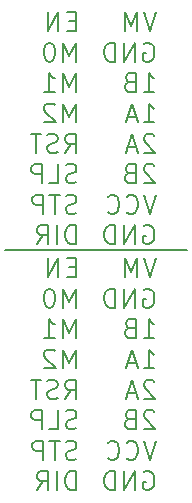
<source format=gbr>
%TF.GenerationSoftware,KiCad,Pcbnew,7.0.11-7.0.11~ubuntu22.04.1*%
%TF.CreationDate,2024-03-10T10:15:41+03:00*%
%TF.ProjectId,MDExt,4d444578-742e-46b6-9963-61645f706362,rev?*%
%TF.SameCoordinates,Original*%
%TF.FileFunction,Legend,Bot*%
%TF.FilePolarity,Positive*%
%FSLAX46Y46*%
G04 Gerber Fmt 4.6, Leading zero omitted, Abs format (unit mm)*
G04 Created by KiCad (PCBNEW 7.0.11-7.0.11~ubuntu22.04.1) date 2024-03-10 10:15:41*
%MOMM*%
%LPD*%
G01*
G04 APERTURE LIST*
%ADD10C,0.150000*%
G04 APERTURE END LIST*
D10*
X57210000Y-59750000D02*
X41850000Y-59750000D01*
X54612935Y-60428390D02*
X54079601Y-62028390D01*
X54079601Y-62028390D02*
X53546268Y-60428390D01*
X53012934Y-62028390D02*
X53012934Y-60428390D01*
X53012934Y-60428390D02*
X52479601Y-61571247D01*
X52479601Y-61571247D02*
X51946267Y-60428390D01*
X51946267Y-60428390D02*
X51946267Y-62028390D01*
X53546268Y-63080580D02*
X53698649Y-63004390D01*
X53698649Y-63004390D02*
X53927220Y-63004390D01*
X53927220Y-63004390D02*
X54155792Y-63080580D01*
X54155792Y-63080580D02*
X54308173Y-63232961D01*
X54308173Y-63232961D02*
X54384363Y-63385342D01*
X54384363Y-63385342D02*
X54460554Y-63690104D01*
X54460554Y-63690104D02*
X54460554Y-63918676D01*
X54460554Y-63918676D02*
X54384363Y-64223438D01*
X54384363Y-64223438D02*
X54308173Y-64375819D01*
X54308173Y-64375819D02*
X54155792Y-64528200D01*
X54155792Y-64528200D02*
X53927220Y-64604390D01*
X53927220Y-64604390D02*
X53774839Y-64604390D01*
X53774839Y-64604390D02*
X53546268Y-64528200D01*
X53546268Y-64528200D02*
X53470077Y-64452009D01*
X53470077Y-64452009D02*
X53470077Y-63918676D01*
X53470077Y-63918676D02*
X53774839Y-63918676D01*
X52784363Y-64604390D02*
X52784363Y-63004390D01*
X52784363Y-63004390D02*
X51870077Y-64604390D01*
X51870077Y-64604390D02*
X51870077Y-63004390D01*
X51108173Y-64604390D02*
X51108173Y-63004390D01*
X51108173Y-63004390D02*
X50727221Y-63004390D01*
X50727221Y-63004390D02*
X50498649Y-63080580D01*
X50498649Y-63080580D02*
X50346268Y-63232961D01*
X50346268Y-63232961D02*
X50270078Y-63385342D01*
X50270078Y-63385342D02*
X50193887Y-63690104D01*
X50193887Y-63690104D02*
X50193887Y-63918676D01*
X50193887Y-63918676D02*
X50270078Y-64223438D01*
X50270078Y-64223438D02*
X50346268Y-64375819D01*
X50346268Y-64375819D02*
X50498649Y-64528200D01*
X50498649Y-64528200D02*
X50727221Y-64604390D01*
X50727221Y-64604390D02*
X51108173Y-64604390D01*
X53546268Y-67180390D02*
X54460554Y-67180390D01*
X54003411Y-67180390D02*
X54003411Y-65580390D01*
X54003411Y-65580390D02*
X54155792Y-65808961D01*
X54155792Y-65808961D02*
X54308173Y-65961342D01*
X54308173Y-65961342D02*
X54460554Y-66037533D01*
X52327220Y-66342295D02*
X52098648Y-66418485D01*
X52098648Y-66418485D02*
X52022458Y-66494676D01*
X52022458Y-66494676D02*
X51946267Y-66647057D01*
X51946267Y-66647057D02*
X51946267Y-66875628D01*
X51946267Y-66875628D02*
X52022458Y-67028009D01*
X52022458Y-67028009D02*
X52098648Y-67104200D01*
X52098648Y-67104200D02*
X52251029Y-67180390D01*
X52251029Y-67180390D02*
X52860553Y-67180390D01*
X52860553Y-67180390D02*
X52860553Y-65580390D01*
X52860553Y-65580390D02*
X52327220Y-65580390D01*
X52327220Y-65580390D02*
X52174839Y-65656580D01*
X52174839Y-65656580D02*
X52098648Y-65732771D01*
X52098648Y-65732771D02*
X52022458Y-65885152D01*
X52022458Y-65885152D02*
X52022458Y-66037533D01*
X52022458Y-66037533D02*
X52098648Y-66189914D01*
X52098648Y-66189914D02*
X52174839Y-66266104D01*
X52174839Y-66266104D02*
X52327220Y-66342295D01*
X52327220Y-66342295D02*
X52860553Y-66342295D01*
X53546268Y-69756390D02*
X54460554Y-69756390D01*
X54003411Y-69756390D02*
X54003411Y-68156390D01*
X54003411Y-68156390D02*
X54155792Y-68384961D01*
X54155792Y-68384961D02*
X54308173Y-68537342D01*
X54308173Y-68537342D02*
X54460554Y-68613533D01*
X52936744Y-69299247D02*
X52174839Y-69299247D01*
X53089125Y-69756390D02*
X52555791Y-68156390D01*
X52555791Y-68156390D02*
X52022458Y-69756390D01*
X54460554Y-70884771D02*
X54384363Y-70808580D01*
X54384363Y-70808580D02*
X54231982Y-70732390D01*
X54231982Y-70732390D02*
X53851030Y-70732390D01*
X53851030Y-70732390D02*
X53698649Y-70808580D01*
X53698649Y-70808580D02*
X53622458Y-70884771D01*
X53622458Y-70884771D02*
X53546268Y-71037152D01*
X53546268Y-71037152D02*
X53546268Y-71189533D01*
X53546268Y-71189533D02*
X53622458Y-71418104D01*
X53622458Y-71418104D02*
X54536744Y-72332390D01*
X54536744Y-72332390D02*
X53546268Y-72332390D01*
X52936744Y-71875247D02*
X52174839Y-71875247D01*
X53089125Y-72332390D02*
X52555791Y-70732390D01*
X52555791Y-70732390D02*
X52022458Y-72332390D01*
X54460554Y-73460771D02*
X54384363Y-73384580D01*
X54384363Y-73384580D02*
X54231982Y-73308390D01*
X54231982Y-73308390D02*
X53851030Y-73308390D01*
X53851030Y-73308390D02*
X53698649Y-73384580D01*
X53698649Y-73384580D02*
X53622458Y-73460771D01*
X53622458Y-73460771D02*
X53546268Y-73613152D01*
X53546268Y-73613152D02*
X53546268Y-73765533D01*
X53546268Y-73765533D02*
X53622458Y-73994104D01*
X53622458Y-73994104D02*
X54536744Y-74908390D01*
X54536744Y-74908390D02*
X53546268Y-74908390D01*
X52327220Y-74070295D02*
X52098648Y-74146485D01*
X52098648Y-74146485D02*
X52022458Y-74222676D01*
X52022458Y-74222676D02*
X51946267Y-74375057D01*
X51946267Y-74375057D02*
X51946267Y-74603628D01*
X51946267Y-74603628D02*
X52022458Y-74756009D01*
X52022458Y-74756009D02*
X52098648Y-74832200D01*
X52098648Y-74832200D02*
X52251029Y-74908390D01*
X52251029Y-74908390D02*
X52860553Y-74908390D01*
X52860553Y-74908390D02*
X52860553Y-73308390D01*
X52860553Y-73308390D02*
X52327220Y-73308390D01*
X52327220Y-73308390D02*
X52174839Y-73384580D01*
X52174839Y-73384580D02*
X52098648Y-73460771D01*
X52098648Y-73460771D02*
X52022458Y-73613152D01*
X52022458Y-73613152D02*
X52022458Y-73765533D01*
X52022458Y-73765533D02*
X52098648Y-73917914D01*
X52098648Y-73917914D02*
X52174839Y-73994104D01*
X52174839Y-73994104D02*
X52327220Y-74070295D01*
X52327220Y-74070295D02*
X52860553Y-74070295D01*
X54612935Y-75884390D02*
X54079601Y-77484390D01*
X54079601Y-77484390D02*
X53546268Y-75884390D01*
X52098648Y-77332009D02*
X52174839Y-77408200D01*
X52174839Y-77408200D02*
X52403410Y-77484390D01*
X52403410Y-77484390D02*
X52555791Y-77484390D01*
X52555791Y-77484390D02*
X52784363Y-77408200D01*
X52784363Y-77408200D02*
X52936744Y-77255819D01*
X52936744Y-77255819D02*
X53012934Y-77103438D01*
X53012934Y-77103438D02*
X53089125Y-76798676D01*
X53089125Y-76798676D02*
X53089125Y-76570104D01*
X53089125Y-76570104D02*
X53012934Y-76265342D01*
X53012934Y-76265342D02*
X52936744Y-76112961D01*
X52936744Y-76112961D02*
X52784363Y-75960580D01*
X52784363Y-75960580D02*
X52555791Y-75884390D01*
X52555791Y-75884390D02*
X52403410Y-75884390D01*
X52403410Y-75884390D02*
X52174839Y-75960580D01*
X52174839Y-75960580D02*
X52098648Y-76036771D01*
X50498648Y-77332009D02*
X50574839Y-77408200D01*
X50574839Y-77408200D02*
X50803410Y-77484390D01*
X50803410Y-77484390D02*
X50955791Y-77484390D01*
X50955791Y-77484390D02*
X51184363Y-77408200D01*
X51184363Y-77408200D02*
X51336744Y-77255819D01*
X51336744Y-77255819D02*
X51412934Y-77103438D01*
X51412934Y-77103438D02*
X51489125Y-76798676D01*
X51489125Y-76798676D02*
X51489125Y-76570104D01*
X51489125Y-76570104D02*
X51412934Y-76265342D01*
X51412934Y-76265342D02*
X51336744Y-76112961D01*
X51336744Y-76112961D02*
X51184363Y-75960580D01*
X51184363Y-75960580D02*
X50955791Y-75884390D01*
X50955791Y-75884390D02*
X50803410Y-75884390D01*
X50803410Y-75884390D02*
X50574839Y-75960580D01*
X50574839Y-75960580D02*
X50498648Y-76036771D01*
X53546268Y-78536580D02*
X53698649Y-78460390D01*
X53698649Y-78460390D02*
X53927220Y-78460390D01*
X53927220Y-78460390D02*
X54155792Y-78536580D01*
X54155792Y-78536580D02*
X54308173Y-78688961D01*
X54308173Y-78688961D02*
X54384363Y-78841342D01*
X54384363Y-78841342D02*
X54460554Y-79146104D01*
X54460554Y-79146104D02*
X54460554Y-79374676D01*
X54460554Y-79374676D02*
X54384363Y-79679438D01*
X54384363Y-79679438D02*
X54308173Y-79831819D01*
X54308173Y-79831819D02*
X54155792Y-79984200D01*
X54155792Y-79984200D02*
X53927220Y-80060390D01*
X53927220Y-80060390D02*
X53774839Y-80060390D01*
X53774839Y-80060390D02*
X53546268Y-79984200D01*
X53546268Y-79984200D02*
X53470077Y-79908009D01*
X53470077Y-79908009D02*
X53470077Y-79374676D01*
X53470077Y-79374676D02*
X53774839Y-79374676D01*
X52784363Y-80060390D02*
X52784363Y-78460390D01*
X52784363Y-78460390D02*
X51870077Y-80060390D01*
X51870077Y-80060390D02*
X51870077Y-78460390D01*
X51108173Y-80060390D02*
X51108173Y-78460390D01*
X51108173Y-78460390D02*
X50727221Y-78460390D01*
X50727221Y-78460390D02*
X50498649Y-78536580D01*
X50498649Y-78536580D02*
X50346268Y-78688961D01*
X50346268Y-78688961D02*
X50270078Y-78841342D01*
X50270078Y-78841342D02*
X50193887Y-79146104D01*
X50193887Y-79146104D02*
X50193887Y-79374676D01*
X50193887Y-79374676D02*
X50270078Y-79679438D01*
X50270078Y-79679438D02*
X50346268Y-79831819D01*
X50346268Y-79831819D02*
X50498649Y-79984200D01*
X50498649Y-79984200D02*
X50727221Y-80060390D01*
X50727221Y-80060390D02*
X51108173Y-80060390D01*
X47780363Y-40362295D02*
X47247030Y-40362295D01*
X47018458Y-41200390D02*
X47780363Y-41200390D01*
X47780363Y-41200390D02*
X47780363Y-39600390D01*
X47780363Y-39600390D02*
X47018458Y-39600390D01*
X46332744Y-41200390D02*
X46332744Y-39600390D01*
X46332744Y-39600390D02*
X45418458Y-41200390D01*
X45418458Y-41200390D02*
X45418458Y-39600390D01*
X47780363Y-43776390D02*
X47780363Y-42176390D01*
X47780363Y-42176390D02*
X47247030Y-43319247D01*
X47247030Y-43319247D02*
X46713696Y-42176390D01*
X46713696Y-42176390D02*
X46713696Y-43776390D01*
X45647030Y-42176390D02*
X45494649Y-42176390D01*
X45494649Y-42176390D02*
X45342268Y-42252580D01*
X45342268Y-42252580D02*
X45266078Y-42328771D01*
X45266078Y-42328771D02*
X45189887Y-42481152D01*
X45189887Y-42481152D02*
X45113697Y-42785914D01*
X45113697Y-42785914D02*
X45113697Y-43166866D01*
X45113697Y-43166866D02*
X45189887Y-43471628D01*
X45189887Y-43471628D02*
X45266078Y-43624009D01*
X45266078Y-43624009D02*
X45342268Y-43700200D01*
X45342268Y-43700200D02*
X45494649Y-43776390D01*
X45494649Y-43776390D02*
X45647030Y-43776390D01*
X45647030Y-43776390D02*
X45799411Y-43700200D01*
X45799411Y-43700200D02*
X45875602Y-43624009D01*
X45875602Y-43624009D02*
X45951792Y-43471628D01*
X45951792Y-43471628D02*
X46027983Y-43166866D01*
X46027983Y-43166866D02*
X46027983Y-42785914D01*
X46027983Y-42785914D02*
X45951792Y-42481152D01*
X45951792Y-42481152D02*
X45875602Y-42328771D01*
X45875602Y-42328771D02*
X45799411Y-42252580D01*
X45799411Y-42252580D02*
X45647030Y-42176390D01*
X47780363Y-46352390D02*
X47780363Y-44752390D01*
X47780363Y-44752390D02*
X47247030Y-45895247D01*
X47247030Y-45895247D02*
X46713696Y-44752390D01*
X46713696Y-44752390D02*
X46713696Y-46352390D01*
X45113697Y-46352390D02*
X46027983Y-46352390D01*
X45570840Y-46352390D02*
X45570840Y-44752390D01*
X45570840Y-44752390D02*
X45723221Y-44980961D01*
X45723221Y-44980961D02*
X45875602Y-45133342D01*
X45875602Y-45133342D02*
X46027983Y-45209533D01*
X47780363Y-48928390D02*
X47780363Y-47328390D01*
X47780363Y-47328390D02*
X47247030Y-48471247D01*
X47247030Y-48471247D02*
X46713696Y-47328390D01*
X46713696Y-47328390D02*
X46713696Y-48928390D01*
X46027983Y-47480771D02*
X45951792Y-47404580D01*
X45951792Y-47404580D02*
X45799411Y-47328390D01*
X45799411Y-47328390D02*
X45418459Y-47328390D01*
X45418459Y-47328390D02*
X45266078Y-47404580D01*
X45266078Y-47404580D02*
X45189887Y-47480771D01*
X45189887Y-47480771D02*
X45113697Y-47633152D01*
X45113697Y-47633152D02*
X45113697Y-47785533D01*
X45113697Y-47785533D02*
X45189887Y-48014104D01*
X45189887Y-48014104D02*
X46104173Y-48928390D01*
X46104173Y-48928390D02*
X45113697Y-48928390D01*
X46866077Y-51504390D02*
X47399411Y-50742485D01*
X47780363Y-51504390D02*
X47780363Y-49904390D01*
X47780363Y-49904390D02*
X47170839Y-49904390D01*
X47170839Y-49904390D02*
X47018458Y-49980580D01*
X47018458Y-49980580D02*
X46942268Y-50056771D01*
X46942268Y-50056771D02*
X46866077Y-50209152D01*
X46866077Y-50209152D02*
X46866077Y-50437723D01*
X46866077Y-50437723D02*
X46942268Y-50590104D01*
X46942268Y-50590104D02*
X47018458Y-50666295D01*
X47018458Y-50666295D02*
X47170839Y-50742485D01*
X47170839Y-50742485D02*
X47780363Y-50742485D01*
X46256554Y-51428200D02*
X46027982Y-51504390D01*
X46027982Y-51504390D02*
X45647030Y-51504390D01*
X45647030Y-51504390D02*
X45494649Y-51428200D01*
X45494649Y-51428200D02*
X45418458Y-51352009D01*
X45418458Y-51352009D02*
X45342268Y-51199628D01*
X45342268Y-51199628D02*
X45342268Y-51047247D01*
X45342268Y-51047247D02*
X45418458Y-50894866D01*
X45418458Y-50894866D02*
X45494649Y-50818676D01*
X45494649Y-50818676D02*
X45647030Y-50742485D01*
X45647030Y-50742485D02*
X45951792Y-50666295D01*
X45951792Y-50666295D02*
X46104173Y-50590104D01*
X46104173Y-50590104D02*
X46180363Y-50513914D01*
X46180363Y-50513914D02*
X46256554Y-50361533D01*
X46256554Y-50361533D02*
X46256554Y-50209152D01*
X46256554Y-50209152D02*
X46180363Y-50056771D01*
X46180363Y-50056771D02*
X46104173Y-49980580D01*
X46104173Y-49980580D02*
X45951792Y-49904390D01*
X45951792Y-49904390D02*
X45570839Y-49904390D01*
X45570839Y-49904390D02*
X45342268Y-49980580D01*
X44885125Y-49904390D02*
X43970839Y-49904390D01*
X44427982Y-51504390D02*
X44427982Y-49904390D01*
X47856554Y-54004200D02*
X47627982Y-54080390D01*
X47627982Y-54080390D02*
X47247030Y-54080390D01*
X47247030Y-54080390D02*
X47094649Y-54004200D01*
X47094649Y-54004200D02*
X47018458Y-53928009D01*
X47018458Y-53928009D02*
X46942268Y-53775628D01*
X46942268Y-53775628D02*
X46942268Y-53623247D01*
X46942268Y-53623247D02*
X47018458Y-53470866D01*
X47018458Y-53470866D02*
X47094649Y-53394676D01*
X47094649Y-53394676D02*
X47247030Y-53318485D01*
X47247030Y-53318485D02*
X47551792Y-53242295D01*
X47551792Y-53242295D02*
X47704173Y-53166104D01*
X47704173Y-53166104D02*
X47780363Y-53089914D01*
X47780363Y-53089914D02*
X47856554Y-52937533D01*
X47856554Y-52937533D02*
X47856554Y-52785152D01*
X47856554Y-52785152D02*
X47780363Y-52632771D01*
X47780363Y-52632771D02*
X47704173Y-52556580D01*
X47704173Y-52556580D02*
X47551792Y-52480390D01*
X47551792Y-52480390D02*
X47170839Y-52480390D01*
X47170839Y-52480390D02*
X46942268Y-52556580D01*
X45494648Y-54080390D02*
X46256553Y-54080390D01*
X46256553Y-54080390D02*
X46256553Y-52480390D01*
X44961315Y-54080390D02*
X44961315Y-52480390D01*
X44961315Y-52480390D02*
X44351791Y-52480390D01*
X44351791Y-52480390D02*
X44199410Y-52556580D01*
X44199410Y-52556580D02*
X44123220Y-52632771D01*
X44123220Y-52632771D02*
X44047029Y-52785152D01*
X44047029Y-52785152D02*
X44047029Y-53013723D01*
X44047029Y-53013723D02*
X44123220Y-53166104D01*
X44123220Y-53166104D02*
X44199410Y-53242295D01*
X44199410Y-53242295D02*
X44351791Y-53318485D01*
X44351791Y-53318485D02*
X44961315Y-53318485D01*
X47856554Y-56580200D02*
X47627982Y-56656390D01*
X47627982Y-56656390D02*
X47247030Y-56656390D01*
X47247030Y-56656390D02*
X47094649Y-56580200D01*
X47094649Y-56580200D02*
X47018458Y-56504009D01*
X47018458Y-56504009D02*
X46942268Y-56351628D01*
X46942268Y-56351628D02*
X46942268Y-56199247D01*
X46942268Y-56199247D02*
X47018458Y-56046866D01*
X47018458Y-56046866D02*
X47094649Y-55970676D01*
X47094649Y-55970676D02*
X47247030Y-55894485D01*
X47247030Y-55894485D02*
X47551792Y-55818295D01*
X47551792Y-55818295D02*
X47704173Y-55742104D01*
X47704173Y-55742104D02*
X47780363Y-55665914D01*
X47780363Y-55665914D02*
X47856554Y-55513533D01*
X47856554Y-55513533D02*
X47856554Y-55361152D01*
X47856554Y-55361152D02*
X47780363Y-55208771D01*
X47780363Y-55208771D02*
X47704173Y-55132580D01*
X47704173Y-55132580D02*
X47551792Y-55056390D01*
X47551792Y-55056390D02*
X47170839Y-55056390D01*
X47170839Y-55056390D02*
X46942268Y-55132580D01*
X46485125Y-55056390D02*
X45570839Y-55056390D01*
X46027982Y-56656390D02*
X46027982Y-55056390D01*
X45037505Y-56656390D02*
X45037505Y-55056390D01*
X45037505Y-55056390D02*
X44427981Y-55056390D01*
X44427981Y-55056390D02*
X44275600Y-55132580D01*
X44275600Y-55132580D02*
X44199410Y-55208771D01*
X44199410Y-55208771D02*
X44123219Y-55361152D01*
X44123219Y-55361152D02*
X44123219Y-55589723D01*
X44123219Y-55589723D02*
X44199410Y-55742104D01*
X44199410Y-55742104D02*
X44275600Y-55818295D01*
X44275600Y-55818295D02*
X44427981Y-55894485D01*
X44427981Y-55894485D02*
X45037505Y-55894485D01*
X47780363Y-59232390D02*
X47780363Y-57632390D01*
X47780363Y-57632390D02*
X47399411Y-57632390D01*
X47399411Y-57632390D02*
X47170839Y-57708580D01*
X47170839Y-57708580D02*
X47018458Y-57860961D01*
X47018458Y-57860961D02*
X46942268Y-58013342D01*
X46942268Y-58013342D02*
X46866077Y-58318104D01*
X46866077Y-58318104D02*
X46866077Y-58546676D01*
X46866077Y-58546676D02*
X46942268Y-58851438D01*
X46942268Y-58851438D02*
X47018458Y-59003819D01*
X47018458Y-59003819D02*
X47170839Y-59156200D01*
X47170839Y-59156200D02*
X47399411Y-59232390D01*
X47399411Y-59232390D02*
X47780363Y-59232390D01*
X46180363Y-59232390D02*
X46180363Y-57632390D01*
X44504172Y-59232390D02*
X45037506Y-58470485D01*
X45418458Y-59232390D02*
X45418458Y-57632390D01*
X45418458Y-57632390D02*
X44808934Y-57632390D01*
X44808934Y-57632390D02*
X44656553Y-57708580D01*
X44656553Y-57708580D02*
X44580363Y-57784771D01*
X44580363Y-57784771D02*
X44504172Y-57937152D01*
X44504172Y-57937152D02*
X44504172Y-58165723D01*
X44504172Y-58165723D02*
X44580363Y-58318104D01*
X44580363Y-58318104D02*
X44656553Y-58394295D01*
X44656553Y-58394295D02*
X44808934Y-58470485D01*
X44808934Y-58470485D02*
X45418458Y-58470485D01*
X47780363Y-61190295D02*
X47247030Y-61190295D01*
X47018458Y-62028390D02*
X47780363Y-62028390D01*
X47780363Y-62028390D02*
X47780363Y-60428390D01*
X47780363Y-60428390D02*
X47018458Y-60428390D01*
X46332744Y-62028390D02*
X46332744Y-60428390D01*
X46332744Y-60428390D02*
X45418458Y-62028390D01*
X45418458Y-62028390D02*
X45418458Y-60428390D01*
X47780363Y-64604390D02*
X47780363Y-63004390D01*
X47780363Y-63004390D02*
X47247030Y-64147247D01*
X47247030Y-64147247D02*
X46713696Y-63004390D01*
X46713696Y-63004390D02*
X46713696Y-64604390D01*
X45647030Y-63004390D02*
X45494649Y-63004390D01*
X45494649Y-63004390D02*
X45342268Y-63080580D01*
X45342268Y-63080580D02*
X45266078Y-63156771D01*
X45266078Y-63156771D02*
X45189887Y-63309152D01*
X45189887Y-63309152D02*
X45113697Y-63613914D01*
X45113697Y-63613914D02*
X45113697Y-63994866D01*
X45113697Y-63994866D02*
X45189887Y-64299628D01*
X45189887Y-64299628D02*
X45266078Y-64452009D01*
X45266078Y-64452009D02*
X45342268Y-64528200D01*
X45342268Y-64528200D02*
X45494649Y-64604390D01*
X45494649Y-64604390D02*
X45647030Y-64604390D01*
X45647030Y-64604390D02*
X45799411Y-64528200D01*
X45799411Y-64528200D02*
X45875602Y-64452009D01*
X45875602Y-64452009D02*
X45951792Y-64299628D01*
X45951792Y-64299628D02*
X46027983Y-63994866D01*
X46027983Y-63994866D02*
X46027983Y-63613914D01*
X46027983Y-63613914D02*
X45951792Y-63309152D01*
X45951792Y-63309152D02*
X45875602Y-63156771D01*
X45875602Y-63156771D02*
X45799411Y-63080580D01*
X45799411Y-63080580D02*
X45647030Y-63004390D01*
X47780363Y-67180390D02*
X47780363Y-65580390D01*
X47780363Y-65580390D02*
X47247030Y-66723247D01*
X47247030Y-66723247D02*
X46713696Y-65580390D01*
X46713696Y-65580390D02*
X46713696Y-67180390D01*
X45113697Y-67180390D02*
X46027983Y-67180390D01*
X45570840Y-67180390D02*
X45570840Y-65580390D01*
X45570840Y-65580390D02*
X45723221Y-65808961D01*
X45723221Y-65808961D02*
X45875602Y-65961342D01*
X45875602Y-65961342D02*
X46027983Y-66037533D01*
X47780363Y-69756390D02*
X47780363Y-68156390D01*
X47780363Y-68156390D02*
X47247030Y-69299247D01*
X47247030Y-69299247D02*
X46713696Y-68156390D01*
X46713696Y-68156390D02*
X46713696Y-69756390D01*
X46027983Y-68308771D02*
X45951792Y-68232580D01*
X45951792Y-68232580D02*
X45799411Y-68156390D01*
X45799411Y-68156390D02*
X45418459Y-68156390D01*
X45418459Y-68156390D02*
X45266078Y-68232580D01*
X45266078Y-68232580D02*
X45189887Y-68308771D01*
X45189887Y-68308771D02*
X45113697Y-68461152D01*
X45113697Y-68461152D02*
X45113697Y-68613533D01*
X45113697Y-68613533D02*
X45189887Y-68842104D01*
X45189887Y-68842104D02*
X46104173Y-69756390D01*
X46104173Y-69756390D02*
X45113697Y-69756390D01*
X46866077Y-72332390D02*
X47399411Y-71570485D01*
X47780363Y-72332390D02*
X47780363Y-70732390D01*
X47780363Y-70732390D02*
X47170839Y-70732390D01*
X47170839Y-70732390D02*
X47018458Y-70808580D01*
X47018458Y-70808580D02*
X46942268Y-70884771D01*
X46942268Y-70884771D02*
X46866077Y-71037152D01*
X46866077Y-71037152D02*
X46866077Y-71265723D01*
X46866077Y-71265723D02*
X46942268Y-71418104D01*
X46942268Y-71418104D02*
X47018458Y-71494295D01*
X47018458Y-71494295D02*
X47170839Y-71570485D01*
X47170839Y-71570485D02*
X47780363Y-71570485D01*
X46256554Y-72256200D02*
X46027982Y-72332390D01*
X46027982Y-72332390D02*
X45647030Y-72332390D01*
X45647030Y-72332390D02*
X45494649Y-72256200D01*
X45494649Y-72256200D02*
X45418458Y-72180009D01*
X45418458Y-72180009D02*
X45342268Y-72027628D01*
X45342268Y-72027628D02*
X45342268Y-71875247D01*
X45342268Y-71875247D02*
X45418458Y-71722866D01*
X45418458Y-71722866D02*
X45494649Y-71646676D01*
X45494649Y-71646676D02*
X45647030Y-71570485D01*
X45647030Y-71570485D02*
X45951792Y-71494295D01*
X45951792Y-71494295D02*
X46104173Y-71418104D01*
X46104173Y-71418104D02*
X46180363Y-71341914D01*
X46180363Y-71341914D02*
X46256554Y-71189533D01*
X46256554Y-71189533D02*
X46256554Y-71037152D01*
X46256554Y-71037152D02*
X46180363Y-70884771D01*
X46180363Y-70884771D02*
X46104173Y-70808580D01*
X46104173Y-70808580D02*
X45951792Y-70732390D01*
X45951792Y-70732390D02*
X45570839Y-70732390D01*
X45570839Y-70732390D02*
X45342268Y-70808580D01*
X44885125Y-70732390D02*
X43970839Y-70732390D01*
X44427982Y-72332390D02*
X44427982Y-70732390D01*
X47856554Y-74832200D02*
X47627982Y-74908390D01*
X47627982Y-74908390D02*
X47247030Y-74908390D01*
X47247030Y-74908390D02*
X47094649Y-74832200D01*
X47094649Y-74832200D02*
X47018458Y-74756009D01*
X47018458Y-74756009D02*
X46942268Y-74603628D01*
X46942268Y-74603628D02*
X46942268Y-74451247D01*
X46942268Y-74451247D02*
X47018458Y-74298866D01*
X47018458Y-74298866D02*
X47094649Y-74222676D01*
X47094649Y-74222676D02*
X47247030Y-74146485D01*
X47247030Y-74146485D02*
X47551792Y-74070295D01*
X47551792Y-74070295D02*
X47704173Y-73994104D01*
X47704173Y-73994104D02*
X47780363Y-73917914D01*
X47780363Y-73917914D02*
X47856554Y-73765533D01*
X47856554Y-73765533D02*
X47856554Y-73613152D01*
X47856554Y-73613152D02*
X47780363Y-73460771D01*
X47780363Y-73460771D02*
X47704173Y-73384580D01*
X47704173Y-73384580D02*
X47551792Y-73308390D01*
X47551792Y-73308390D02*
X47170839Y-73308390D01*
X47170839Y-73308390D02*
X46942268Y-73384580D01*
X45494648Y-74908390D02*
X46256553Y-74908390D01*
X46256553Y-74908390D02*
X46256553Y-73308390D01*
X44961315Y-74908390D02*
X44961315Y-73308390D01*
X44961315Y-73308390D02*
X44351791Y-73308390D01*
X44351791Y-73308390D02*
X44199410Y-73384580D01*
X44199410Y-73384580D02*
X44123220Y-73460771D01*
X44123220Y-73460771D02*
X44047029Y-73613152D01*
X44047029Y-73613152D02*
X44047029Y-73841723D01*
X44047029Y-73841723D02*
X44123220Y-73994104D01*
X44123220Y-73994104D02*
X44199410Y-74070295D01*
X44199410Y-74070295D02*
X44351791Y-74146485D01*
X44351791Y-74146485D02*
X44961315Y-74146485D01*
X47856554Y-77408200D02*
X47627982Y-77484390D01*
X47627982Y-77484390D02*
X47247030Y-77484390D01*
X47247030Y-77484390D02*
X47094649Y-77408200D01*
X47094649Y-77408200D02*
X47018458Y-77332009D01*
X47018458Y-77332009D02*
X46942268Y-77179628D01*
X46942268Y-77179628D02*
X46942268Y-77027247D01*
X46942268Y-77027247D02*
X47018458Y-76874866D01*
X47018458Y-76874866D02*
X47094649Y-76798676D01*
X47094649Y-76798676D02*
X47247030Y-76722485D01*
X47247030Y-76722485D02*
X47551792Y-76646295D01*
X47551792Y-76646295D02*
X47704173Y-76570104D01*
X47704173Y-76570104D02*
X47780363Y-76493914D01*
X47780363Y-76493914D02*
X47856554Y-76341533D01*
X47856554Y-76341533D02*
X47856554Y-76189152D01*
X47856554Y-76189152D02*
X47780363Y-76036771D01*
X47780363Y-76036771D02*
X47704173Y-75960580D01*
X47704173Y-75960580D02*
X47551792Y-75884390D01*
X47551792Y-75884390D02*
X47170839Y-75884390D01*
X47170839Y-75884390D02*
X46942268Y-75960580D01*
X46485125Y-75884390D02*
X45570839Y-75884390D01*
X46027982Y-77484390D02*
X46027982Y-75884390D01*
X45037505Y-77484390D02*
X45037505Y-75884390D01*
X45037505Y-75884390D02*
X44427981Y-75884390D01*
X44427981Y-75884390D02*
X44275600Y-75960580D01*
X44275600Y-75960580D02*
X44199410Y-76036771D01*
X44199410Y-76036771D02*
X44123219Y-76189152D01*
X44123219Y-76189152D02*
X44123219Y-76417723D01*
X44123219Y-76417723D02*
X44199410Y-76570104D01*
X44199410Y-76570104D02*
X44275600Y-76646295D01*
X44275600Y-76646295D02*
X44427981Y-76722485D01*
X44427981Y-76722485D02*
X45037505Y-76722485D01*
X47780363Y-80060390D02*
X47780363Y-78460390D01*
X47780363Y-78460390D02*
X47399411Y-78460390D01*
X47399411Y-78460390D02*
X47170839Y-78536580D01*
X47170839Y-78536580D02*
X47018458Y-78688961D01*
X47018458Y-78688961D02*
X46942268Y-78841342D01*
X46942268Y-78841342D02*
X46866077Y-79146104D01*
X46866077Y-79146104D02*
X46866077Y-79374676D01*
X46866077Y-79374676D02*
X46942268Y-79679438D01*
X46942268Y-79679438D02*
X47018458Y-79831819D01*
X47018458Y-79831819D02*
X47170839Y-79984200D01*
X47170839Y-79984200D02*
X47399411Y-80060390D01*
X47399411Y-80060390D02*
X47780363Y-80060390D01*
X46180363Y-80060390D02*
X46180363Y-78460390D01*
X44504172Y-80060390D02*
X45037506Y-79298485D01*
X45418458Y-80060390D02*
X45418458Y-78460390D01*
X45418458Y-78460390D02*
X44808934Y-78460390D01*
X44808934Y-78460390D02*
X44656553Y-78536580D01*
X44656553Y-78536580D02*
X44580363Y-78612771D01*
X44580363Y-78612771D02*
X44504172Y-78765152D01*
X44504172Y-78765152D02*
X44504172Y-78993723D01*
X44504172Y-78993723D02*
X44580363Y-79146104D01*
X44580363Y-79146104D02*
X44656553Y-79222295D01*
X44656553Y-79222295D02*
X44808934Y-79298485D01*
X44808934Y-79298485D02*
X45418458Y-79298485D01*
X54612935Y-39600390D02*
X54079601Y-41200390D01*
X54079601Y-41200390D02*
X53546268Y-39600390D01*
X53012934Y-41200390D02*
X53012934Y-39600390D01*
X53012934Y-39600390D02*
X52479601Y-40743247D01*
X52479601Y-40743247D02*
X51946267Y-39600390D01*
X51946267Y-39600390D02*
X51946267Y-41200390D01*
X53546268Y-42252580D02*
X53698649Y-42176390D01*
X53698649Y-42176390D02*
X53927220Y-42176390D01*
X53927220Y-42176390D02*
X54155792Y-42252580D01*
X54155792Y-42252580D02*
X54308173Y-42404961D01*
X54308173Y-42404961D02*
X54384363Y-42557342D01*
X54384363Y-42557342D02*
X54460554Y-42862104D01*
X54460554Y-42862104D02*
X54460554Y-43090676D01*
X54460554Y-43090676D02*
X54384363Y-43395438D01*
X54384363Y-43395438D02*
X54308173Y-43547819D01*
X54308173Y-43547819D02*
X54155792Y-43700200D01*
X54155792Y-43700200D02*
X53927220Y-43776390D01*
X53927220Y-43776390D02*
X53774839Y-43776390D01*
X53774839Y-43776390D02*
X53546268Y-43700200D01*
X53546268Y-43700200D02*
X53470077Y-43624009D01*
X53470077Y-43624009D02*
X53470077Y-43090676D01*
X53470077Y-43090676D02*
X53774839Y-43090676D01*
X52784363Y-43776390D02*
X52784363Y-42176390D01*
X52784363Y-42176390D02*
X51870077Y-43776390D01*
X51870077Y-43776390D02*
X51870077Y-42176390D01*
X51108173Y-43776390D02*
X51108173Y-42176390D01*
X51108173Y-42176390D02*
X50727221Y-42176390D01*
X50727221Y-42176390D02*
X50498649Y-42252580D01*
X50498649Y-42252580D02*
X50346268Y-42404961D01*
X50346268Y-42404961D02*
X50270078Y-42557342D01*
X50270078Y-42557342D02*
X50193887Y-42862104D01*
X50193887Y-42862104D02*
X50193887Y-43090676D01*
X50193887Y-43090676D02*
X50270078Y-43395438D01*
X50270078Y-43395438D02*
X50346268Y-43547819D01*
X50346268Y-43547819D02*
X50498649Y-43700200D01*
X50498649Y-43700200D02*
X50727221Y-43776390D01*
X50727221Y-43776390D02*
X51108173Y-43776390D01*
X53546268Y-46352390D02*
X54460554Y-46352390D01*
X54003411Y-46352390D02*
X54003411Y-44752390D01*
X54003411Y-44752390D02*
X54155792Y-44980961D01*
X54155792Y-44980961D02*
X54308173Y-45133342D01*
X54308173Y-45133342D02*
X54460554Y-45209533D01*
X52327220Y-45514295D02*
X52098648Y-45590485D01*
X52098648Y-45590485D02*
X52022458Y-45666676D01*
X52022458Y-45666676D02*
X51946267Y-45819057D01*
X51946267Y-45819057D02*
X51946267Y-46047628D01*
X51946267Y-46047628D02*
X52022458Y-46200009D01*
X52022458Y-46200009D02*
X52098648Y-46276200D01*
X52098648Y-46276200D02*
X52251029Y-46352390D01*
X52251029Y-46352390D02*
X52860553Y-46352390D01*
X52860553Y-46352390D02*
X52860553Y-44752390D01*
X52860553Y-44752390D02*
X52327220Y-44752390D01*
X52327220Y-44752390D02*
X52174839Y-44828580D01*
X52174839Y-44828580D02*
X52098648Y-44904771D01*
X52098648Y-44904771D02*
X52022458Y-45057152D01*
X52022458Y-45057152D02*
X52022458Y-45209533D01*
X52022458Y-45209533D02*
X52098648Y-45361914D01*
X52098648Y-45361914D02*
X52174839Y-45438104D01*
X52174839Y-45438104D02*
X52327220Y-45514295D01*
X52327220Y-45514295D02*
X52860553Y-45514295D01*
X53546268Y-48928390D02*
X54460554Y-48928390D01*
X54003411Y-48928390D02*
X54003411Y-47328390D01*
X54003411Y-47328390D02*
X54155792Y-47556961D01*
X54155792Y-47556961D02*
X54308173Y-47709342D01*
X54308173Y-47709342D02*
X54460554Y-47785533D01*
X52936744Y-48471247D02*
X52174839Y-48471247D01*
X53089125Y-48928390D02*
X52555791Y-47328390D01*
X52555791Y-47328390D02*
X52022458Y-48928390D01*
X54460554Y-50056771D02*
X54384363Y-49980580D01*
X54384363Y-49980580D02*
X54231982Y-49904390D01*
X54231982Y-49904390D02*
X53851030Y-49904390D01*
X53851030Y-49904390D02*
X53698649Y-49980580D01*
X53698649Y-49980580D02*
X53622458Y-50056771D01*
X53622458Y-50056771D02*
X53546268Y-50209152D01*
X53546268Y-50209152D02*
X53546268Y-50361533D01*
X53546268Y-50361533D02*
X53622458Y-50590104D01*
X53622458Y-50590104D02*
X54536744Y-51504390D01*
X54536744Y-51504390D02*
X53546268Y-51504390D01*
X52936744Y-51047247D02*
X52174839Y-51047247D01*
X53089125Y-51504390D02*
X52555791Y-49904390D01*
X52555791Y-49904390D02*
X52022458Y-51504390D01*
X54460554Y-52632771D02*
X54384363Y-52556580D01*
X54384363Y-52556580D02*
X54231982Y-52480390D01*
X54231982Y-52480390D02*
X53851030Y-52480390D01*
X53851030Y-52480390D02*
X53698649Y-52556580D01*
X53698649Y-52556580D02*
X53622458Y-52632771D01*
X53622458Y-52632771D02*
X53546268Y-52785152D01*
X53546268Y-52785152D02*
X53546268Y-52937533D01*
X53546268Y-52937533D02*
X53622458Y-53166104D01*
X53622458Y-53166104D02*
X54536744Y-54080390D01*
X54536744Y-54080390D02*
X53546268Y-54080390D01*
X52327220Y-53242295D02*
X52098648Y-53318485D01*
X52098648Y-53318485D02*
X52022458Y-53394676D01*
X52022458Y-53394676D02*
X51946267Y-53547057D01*
X51946267Y-53547057D02*
X51946267Y-53775628D01*
X51946267Y-53775628D02*
X52022458Y-53928009D01*
X52022458Y-53928009D02*
X52098648Y-54004200D01*
X52098648Y-54004200D02*
X52251029Y-54080390D01*
X52251029Y-54080390D02*
X52860553Y-54080390D01*
X52860553Y-54080390D02*
X52860553Y-52480390D01*
X52860553Y-52480390D02*
X52327220Y-52480390D01*
X52327220Y-52480390D02*
X52174839Y-52556580D01*
X52174839Y-52556580D02*
X52098648Y-52632771D01*
X52098648Y-52632771D02*
X52022458Y-52785152D01*
X52022458Y-52785152D02*
X52022458Y-52937533D01*
X52022458Y-52937533D02*
X52098648Y-53089914D01*
X52098648Y-53089914D02*
X52174839Y-53166104D01*
X52174839Y-53166104D02*
X52327220Y-53242295D01*
X52327220Y-53242295D02*
X52860553Y-53242295D01*
X54612935Y-55056390D02*
X54079601Y-56656390D01*
X54079601Y-56656390D02*
X53546268Y-55056390D01*
X52098648Y-56504009D02*
X52174839Y-56580200D01*
X52174839Y-56580200D02*
X52403410Y-56656390D01*
X52403410Y-56656390D02*
X52555791Y-56656390D01*
X52555791Y-56656390D02*
X52784363Y-56580200D01*
X52784363Y-56580200D02*
X52936744Y-56427819D01*
X52936744Y-56427819D02*
X53012934Y-56275438D01*
X53012934Y-56275438D02*
X53089125Y-55970676D01*
X53089125Y-55970676D02*
X53089125Y-55742104D01*
X53089125Y-55742104D02*
X53012934Y-55437342D01*
X53012934Y-55437342D02*
X52936744Y-55284961D01*
X52936744Y-55284961D02*
X52784363Y-55132580D01*
X52784363Y-55132580D02*
X52555791Y-55056390D01*
X52555791Y-55056390D02*
X52403410Y-55056390D01*
X52403410Y-55056390D02*
X52174839Y-55132580D01*
X52174839Y-55132580D02*
X52098648Y-55208771D01*
X50498648Y-56504009D02*
X50574839Y-56580200D01*
X50574839Y-56580200D02*
X50803410Y-56656390D01*
X50803410Y-56656390D02*
X50955791Y-56656390D01*
X50955791Y-56656390D02*
X51184363Y-56580200D01*
X51184363Y-56580200D02*
X51336744Y-56427819D01*
X51336744Y-56427819D02*
X51412934Y-56275438D01*
X51412934Y-56275438D02*
X51489125Y-55970676D01*
X51489125Y-55970676D02*
X51489125Y-55742104D01*
X51489125Y-55742104D02*
X51412934Y-55437342D01*
X51412934Y-55437342D02*
X51336744Y-55284961D01*
X51336744Y-55284961D02*
X51184363Y-55132580D01*
X51184363Y-55132580D02*
X50955791Y-55056390D01*
X50955791Y-55056390D02*
X50803410Y-55056390D01*
X50803410Y-55056390D02*
X50574839Y-55132580D01*
X50574839Y-55132580D02*
X50498648Y-55208771D01*
X53546268Y-57708580D02*
X53698649Y-57632390D01*
X53698649Y-57632390D02*
X53927220Y-57632390D01*
X53927220Y-57632390D02*
X54155792Y-57708580D01*
X54155792Y-57708580D02*
X54308173Y-57860961D01*
X54308173Y-57860961D02*
X54384363Y-58013342D01*
X54384363Y-58013342D02*
X54460554Y-58318104D01*
X54460554Y-58318104D02*
X54460554Y-58546676D01*
X54460554Y-58546676D02*
X54384363Y-58851438D01*
X54384363Y-58851438D02*
X54308173Y-59003819D01*
X54308173Y-59003819D02*
X54155792Y-59156200D01*
X54155792Y-59156200D02*
X53927220Y-59232390D01*
X53927220Y-59232390D02*
X53774839Y-59232390D01*
X53774839Y-59232390D02*
X53546268Y-59156200D01*
X53546268Y-59156200D02*
X53470077Y-59080009D01*
X53470077Y-59080009D02*
X53470077Y-58546676D01*
X53470077Y-58546676D02*
X53774839Y-58546676D01*
X52784363Y-59232390D02*
X52784363Y-57632390D01*
X52784363Y-57632390D02*
X51870077Y-59232390D01*
X51870077Y-59232390D02*
X51870077Y-57632390D01*
X51108173Y-59232390D02*
X51108173Y-57632390D01*
X51108173Y-57632390D02*
X50727221Y-57632390D01*
X50727221Y-57632390D02*
X50498649Y-57708580D01*
X50498649Y-57708580D02*
X50346268Y-57860961D01*
X50346268Y-57860961D02*
X50270078Y-58013342D01*
X50270078Y-58013342D02*
X50193887Y-58318104D01*
X50193887Y-58318104D02*
X50193887Y-58546676D01*
X50193887Y-58546676D02*
X50270078Y-58851438D01*
X50270078Y-58851438D02*
X50346268Y-59003819D01*
X50346268Y-59003819D02*
X50498649Y-59156200D01*
X50498649Y-59156200D02*
X50727221Y-59232390D01*
X50727221Y-59232390D02*
X51108173Y-59232390D01*
M02*

</source>
